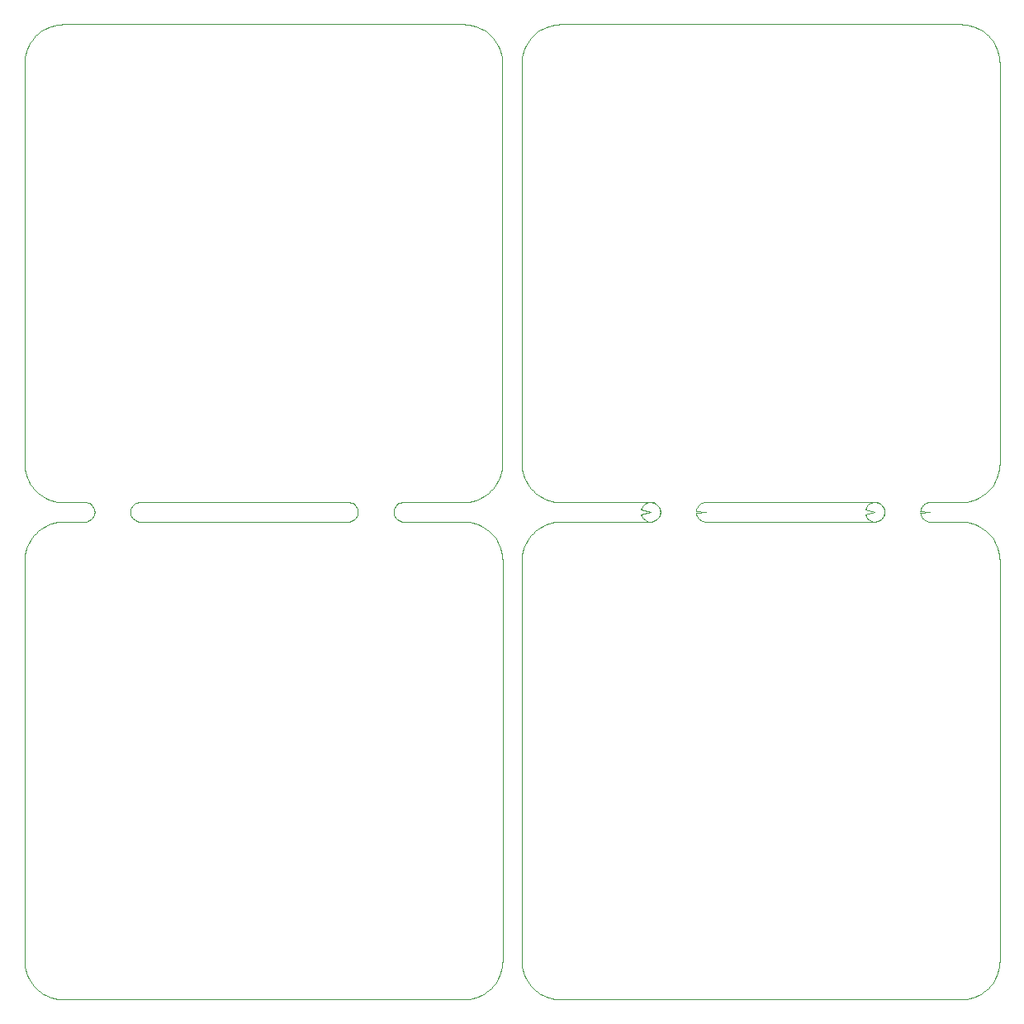
<source format=gko>
%MOIN*%
%OFA0B0*%
%FSLAX36Y36*%
%IPPOS*%
%LPD*%
%ADD10C,0*%
D10*
X003778527Y002007874D02*
X003778527Y002007874D01*
X003790883Y002008359D01*
X003803162Y002009813D01*
X003815290Y002012225D01*
X003827191Y002015581D01*
X003838792Y002019861D01*
X003850022Y002025038D01*
X003860810Y002031080D01*
X003871092Y002037950D01*
X003880802Y002045605D01*
X003889882Y002053999D01*
X003898276Y002063079D01*
X003905931Y002072789D01*
X003912801Y002083071D01*
X003918843Y002093859D01*
X003924020Y002105089D01*
X003928300Y002116690D01*
X003931656Y002128591D01*
X003934068Y002140719D01*
X003935522Y002152998D01*
X003936007Y002165354D01*
X003936007Y003779527D01*
X003935522Y003791883D01*
X003934068Y003804162D01*
X003931656Y003816290D01*
X003928300Y003828191D01*
X003924020Y003839792D01*
X003918843Y003851022D01*
X003912801Y003861811D01*
X003905931Y003872092D01*
X003898276Y003881803D01*
X003889882Y003890883D01*
X003880802Y003899276D01*
X003871092Y003906931D01*
X003860810Y003913801D01*
X003850022Y003919843D01*
X003838792Y003925020D01*
X003827191Y003929300D01*
X003815290Y003932656D01*
X003803162Y003935069D01*
X003790883Y003936522D01*
X003778527Y003937007D01*
X002164354Y003937007D01*
X002151998Y003936522D01*
X002139718Y003935069D01*
X002127590Y003932656D01*
X002115690Y003929300D01*
X002104088Y003925020D01*
X002092859Y003919843D01*
X002082070Y003913801D01*
X002071789Y003906931D01*
X002062078Y003899276D01*
X002052998Y003890883D01*
X002044605Y003881803D01*
X002036949Y003872092D01*
X002030079Y003861811D01*
X002024038Y003851022D01*
X002018861Y003839792D01*
X002014581Y003828191D01*
X002011225Y003816290D01*
X002008812Y003804162D01*
X002007359Y003791883D01*
X002006874Y003779527D01*
X002006874Y002165354D01*
X002006874Y002165354D01*
X002007359Y002152998D01*
X002008812Y002140719D01*
X002011225Y002128591D01*
X002014581Y002116690D01*
X002018861Y002105089D01*
X002024038Y002093859D01*
X002030079Y002083071D01*
X002036949Y002072789D01*
X002044605Y002063079D01*
X002052998Y002053999D01*
X002062078Y002045605D01*
X002071789Y002037950D01*
X002082070Y002031080D01*
X002092859Y002025038D01*
X002104088Y002019861D01*
X002115690Y002015581D01*
X002127590Y002012225D01*
X002139718Y002009813D01*
X002151998Y002008359D01*
X002164354Y002007874D01*
X002526439Y002007874D01*
X002535630Y002006786D01*
X002544313Y002003582D01*
X002552008Y001998441D01*
X002558290Y001991645D01*
X002562813Y001983570D01*
X002565325Y001974662D01*
X002565688Y001965414D01*
X002563883Y001956337D01*
X002560008Y001947933D01*
X002554278Y001940665D01*
X002547010Y001934935D01*
X002538605Y001931060D01*
X002529528Y001929255D01*
X002520281Y001929618D01*
X002511373Y001932130D01*
X002503298Y001936652D01*
X002496502Y001942935D01*
X002491360Y001950630D01*
X002488157Y001959313D01*
X002526439Y001968503D01*
X002488157Y001977694D01*
X002491360Y001986377D01*
X002496502Y001994072D01*
X002503298Y002000354D01*
X002511373Y002004877D01*
X002520281Y002007389D01*
X002529528Y002007752D01*
X002538605Y002005947D01*
X002547010Y002002072D01*
X002554278Y001996342D01*
X002560008Y001989074D01*
X002563883Y001980669D01*
X002565688Y001971592D01*
X002565325Y001962345D01*
X002562813Y001953437D01*
X002558290Y001945362D01*
X002552008Y001938566D01*
X002544313Y001933424D01*
X002535630Y001930221D01*
X002526439Y001929133D01*
X002164354Y001929133D01*
X002151998Y001928648D01*
X002139718Y001927195D01*
X002127590Y001924782D01*
X002115690Y001921426D01*
X002104088Y001917146D01*
X002092859Y001911969D01*
X002082070Y001905927D01*
X002071789Y001899057D01*
X002062078Y001891402D01*
X002052998Y001883009D01*
X002044605Y001873929D01*
X002036949Y001864218D01*
X002030079Y001853937D01*
X002024038Y001843148D01*
X002018861Y001831918D01*
X002014581Y001820317D01*
X002011225Y001808416D01*
X002008812Y001796288D01*
X002007359Y001784009D01*
X002006874Y001771653D01*
X002006874Y000157480D01*
X002006874Y000157480D01*
X002007359Y000145124D01*
X002008812Y000132845D01*
X002011225Y000120717D01*
X002014581Y000108816D01*
X002018861Y000097215D01*
X002024038Y000085985D01*
X002030079Y000075197D01*
X002036949Y000064915D01*
X002044605Y000055205D01*
X002052998Y000046125D01*
X002062078Y000037731D01*
X002071789Y000030076D01*
X002082070Y000023206D01*
X002092859Y000017164D01*
X002104088Y000011987D01*
X002115690Y000007707D01*
X002127590Y000004351D01*
X002139718Y000001939D01*
X002151998Y000000485D01*
X002164354Y000000000D01*
X003778527Y000000000D01*
X003790883Y000000485D01*
X003803162Y000001939D01*
X003815290Y000004351D01*
X003827191Y000007707D01*
X003838792Y000011987D01*
X003850022Y000017164D01*
X003860810Y000023206D01*
X003871092Y000030076D01*
X003880802Y000037731D01*
X003889882Y000046125D01*
X003898276Y000055205D01*
X003905931Y000064915D01*
X003912801Y000075197D01*
X003918843Y000085985D01*
X003924020Y000097215D01*
X003928300Y000108816D01*
X003931656Y000120717D01*
X003934068Y000132845D01*
X003935522Y000145124D01*
X003936007Y000157480D01*
X003936007Y001771653D01*
X003935522Y001784009D01*
X003934068Y001796288D01*
X003931656Y001808416D01*
X003928300Y001820317D01*
X003924020Y001831918D01*
X003918843Y001843148D01*
X003912801Y001853937D01*
X003905931Y001864218D01*
X003898276Y001873929D01*
X003889882Y001883009D01*
X003880802Y001891402D01*
X003871092Y001899057D01*
X003860810Y001905927D01*
X003850022Y001911969D01*
X003838792Y001917146D01*
X003827191Y001921426D01*
X003815290Y001924782D01*
X003803162Y001927195D01*
X003790883Y001928648D01*
X003778527Y001929133D01*
X003654662Y001929133D01*
X003651573Y001929255D01*
X003648503Y001929618D01*
X003645471Y001930221D01*
X003642496Y001931060D01*
X003639596Y001932130D01*
X003636788Y001933424D01*
X003634091Y001934935D01*
X003631521Y001936652D01*
X003629093Y001938566D01*
X003626823Y001940665D01*
X003624725Y001942935D01*
X003622811Y001945362D01*
X003621093Y001947933D01*
X003619583Y001950630D01*
X003618289Y001953437D01*
X003617219Y001956337D01*
X003616380Y001959313D01*
X003615777Y001962345D01*
X003615413Y001965414D01*
X003654662Y001968503D01*
X003615413Y001971592D01*
X003615777Y001974662D01*
X003616380Y001977694D01*
X003617219Y001980669D01*
X003618289Y001983570D01*
X003619583Y001986377D01*
X003621093Y001989074D01*
X003622811Y001991645D01*
X003624725Y001994072D01*
X003626823Y001996342D01*
X003629093Y001998441D01*
X003631521Y002000354D01*
X003634091Y002002072D01*
X003636788Y002003582D01*
X003639596Y002004877D01*
X003642496Y002005947D01*
X003645471Y002006786D01*
X003648503Y002007389D01*
X003651573Y002007752D01*
X003654662Y002007874D01*
X003778527Y002007874D01*
X001771653Y001929133D02*
X001771653Y001929133D01*
X001528678Y001929133D01*
X001528678Y001929133D01*
X001522519Y001929618D01*
X001516512Y001931060D01*
X001510804Y001933424D01*
X001505537Y001936652D01*
X001500839Y001940665D01*
X001496827Y001945362D01*
X001493599Y001950630D01*
X001491235Y001956337D01*
X001489792Y001962345D01*
X001489308Y001968503D01*
X001489792Y001974662D01*
X001491235Y001980669D01*
X001493599Y001986377D01*
X001496827Y001991645D01*
X001500839Y001996342D01*
X001505537Y002000354D01*
X001510804Y002003582D01*
X001516512Y002005947D01*
X001522519Y002007389D01*
X001528678Y002007874D01*
X001770653Y002007874D01*
X001783009Y002008359D01*
X001795288Y002009813D01*
X001807416Y002012225D01*
X001819317Y002015581D01*
X001830918Y002019861D01*
X001842148Y002025038D01*
X001852936Y002031080D01*
X001863218Y002037950D01*
X001872928Y002045605D01*
X001882008Y002053999D01*
X001890402Y002063079D01*
X001898057Y002072789D01*
X001904927Y002083071D01*
X001910969Y002093859D01*
X001916146Y002105089D01*
X001920425Y002116690D01*
X001923782Y002128591D01*
X001926194Y002140719D01*
X001927648Y002152998D01*
X001928133Y002165354D01*
X001928133Y003779527D01*
X001927648Y003791883D01*
X001926194Y003804162D01*
X001923782Y003816290D01*
X001920425Y003828191D01*
X001916146Y003839792D01*
X001910969Y003851022D01*
X001904927Y003861811D01*
X001898057Y003872092D01*
X001890402Y003881803D01*
X001882008Y003890883D01*
X001872928Y003899276D01*
X001863218Y003906931D01*
X001852936Y003913801D01*
X001842148Y003919843D01*
X001830918Y003925020D01*
X001819317Y003929300D01*
X001807416Y003932656D01*
X001795288Y003935069D01*
X001783009Y003936522D01*
X001770653Y003937007D01*
X000156480Y003937007D01*
X000144124Y003936522D01*
X000131844Y003935069D01*
X000119716Y003932656D01*
X000107816Y003929300D01*
X000096214Y003925020D01*
X000084985Y003919843D01*
X000074196Y003913801D01*
X000063915Y003906931D01*
X000054204Y003899276D01*
X000045124Y003890883D01*
X000036731Y003881803D01*
X000029075Y003872092D01*
X000022205Y003861811D01*
X000016164Y003851022D01*
X000010987Y003839792D01*
X000006707Y003828191D01*
X000003351Y003816290D01*
X000000938Y003804162D01*
X-000000514Y003791883D01*
X-000000999Y003779527D01*
X-000000999Y002165354D01*
X-000000999Y002165354D01*
X-000000514Y002152998D01*
X000000938Y002140719D01*
X000003351Y002128591D01*
X000006707Y002116690D01*
X000010987Y002105089D01*
X000016164Y002093859D01*
X000022205Y002083071D01*
X000029075Y002072789D01*
X000036731Y002063079D01*
X000045124Y002053999D01*
X000054204Y002045605D01*
X000063915Y002037950D01*
X000074196Y002031080D01*
X000084985Y002025038D01*
X000096214Y002019861D01*
X000107816Y002015581D01*
X000119716Y002012225D01*
X000131844Y002009813D01*
X000144124Y002008359D01*
X000156480Y002007874D01*
X000242975Y002007874D01*
X000249134Y002007389D01*
X000255141Y002005947D01*
X000260848Y002003582D01*
X000266116Y002000354D01*
X000270814Y001996342D01*
X000274826Y001991645D01*
X000278054Y001986377D01*
X000280418Y001980669D01*
X000281860Y001974662D01*
X000282345Y001968503D01*
X000281860Y001962345D01*
X000280418Y001956337D01*
X000278054Y001950630D01*
X000274826Y001945362D01*
X000270814Y001940665D01*
X000266116Y001936652D01*
X000260848Y001933424D01*
X000255141Y001931060D01*
X000249134Y001929618D01*
X000242975Y001929133D01*
X000242975Y001929133D01*
X000157480Y001929133D01*
X000145124Y001928648D01*
X000132844Y001927195D01*
X000120716Y001924782D01*
X000108816Y001921426D01*
X000097214Y001917146D01*
X000085985Y001911969D01*
X000075196Y001905927D01*
X000064915Y001899057D01*
X000055204Y001891402D01*
X000046124Y001883009D01*
X000037731Y001873929D01*
X000030075Y001864218D01*
X000023205Y001853937D01*
X000017164Y001843148D01*
X000011987Y001831918D01*
X000007707Y001820317D01*
X000004351Y001808416D01*
X000001938Y001796288D01*
X000000485Y001784009D01*
X000000000Y001771653D01*
X000000000Y000157480D01*
X000000000Y000157480D01*
X000000485Y000145124D01*
X000001938Y000132845D01*
X000004351Y000120717D01*
X000007707Y000108816D01*
X000011987Y000097215D01*
X000017164Y000085985D01*
X000023205Y000075197D01*
X000030075Y000064915D01*
X000037731Y000055205D01*
X000046124Y000046125D01*
X000055204Y000037731D01*
X000064915Y000030076D01*
X000075196Y000023206D01*
X000085985Y000017164D01*
X000097214Y000011987D01*
X000108816Y000007707D01*
X000120716Y000004351D01*
X000132844Y000001939D01*
X000145124Y000000485D01*
X000157480Y000000000D01*
X001771653Y000000000D01*
X001784009Y000000485D01*
X001796288Y000001939D01*
X001808416Y000004351D01*
X001820317Y000007707D01*
X001831918Y000011987D01*
X001843148Y000017164D01*
X001853936Y000023206D01*
X001864218Y000030076D01*
X001873928Y000037731D01*
X001883008Y000046125D01*
X001891402Y000055205D01*
X001899057Y000064915D01*
X001905927Y000075197D01*
X001911969Y000085985D01*
X001917146Y000097215D01*
X001921425Y000108816D01*
X001924782Y000120717D01*
X001927194Y000132845D01*
X001928648Y000145124D01*
X001929133Y000157480D01*
X001929133Y001771653D01*
X001928648Y001784009D01*
X001927194Y001796288D01*
X001924782Y001808416D01*
X001921425Y001820317D01*
X001917146Y001831918D01*
X001911969Y001843148D01*
X001905927Y001853937D01*
X001899057Y001864218D01*
X001891402Y001873929D01*
X001883008Y001883009D01*
X001873928Y001891402D01*
X001864218Y001899057D01*
X001853936Y001905927D01*
X001843148Y001911969D01*
X001831918Y001917146D01*
X001820317Y001921426D01*
X001808416Y001924782D01*
X001796288Y001927195D01*
X001784009Y001928648D01*
X001771653Y001929133D01*
X003431951Y002007874D02*
X003431951Y002007874D01*
X003441142Y002006786D01*
X003449825Y002003582D01*
X003457520Y001998441D01*
X003463802Y001991645D01*
X003468324Y001983570D01*
X003470837Y001974662D01*
X003471200Y001965414D01*
X003469394Y001956337D01*
X003465520Y001947933D01*
X003459790Y001940665D01*
X003452522Y001934935D01*
X003444117Y001931060D01*
X003435040Y001929255D01*
X003425792Y001929618D01*
X003416885Y001932130D01*
X003408810Y001936652D01*
X003402014Y001942935D01*
X003396872Y001950630D01*
X003393669Y001959313D01*
X003431951Y001968503D01*
X003393669Y001977694D01*
X003396872Y001986377D01*
X003402014Y001994072D01*
X003408810Y002000354D01*
X003416885Y002004877D01*
X003425792Y002007389D01*
X003435040Y002007752D01*
X003444117Y002005947D01*
X003452522Y002002072D01*
X003459790Y001996342D01*
X003465520Y001989074D01*
X003469394Y001980669D01*
X003471200Y001971592D01*
X003470837Y001962345D01*
X003468324Y001953437D01*
X003463802Y001945362D01*
X003457520Y001938566D01*
X003449825Y001933424D01*
X003441142Y001930221D01*
X003431951Y001929133D01*
X002749150Y001929133D01*
X002746061Y001929255D01*
X002742991Y001929618D01*
X002739959Y001930221D01*
X002736984Y001931060D01*
X002734084Y001932130D01*
X002731277Y001933424D01*
X002728579Y001934935D01*
X002726009Y001936652D01*
X002723581Y001938566D01*
X002721311Y001940665D01*
X002719213Y001942935D01*
X002717299Y001945362D01*
X002715582Y001947933D01*
X002714071Y001950630D01*
X002712777Y001953437D01*
X002711707Y001956337D01*
X002710868Y001959313D01*
X002710265Y001962345D01*
X002709901Y001965414D01*
X002749150Y001968503D01*
X002709901Y001971592D01*
X002710265Y001974662D01*
X002710868Y001977694D01*
X002711707Y001980669D01*
X002712777Y001983570D01*
X002714071Y001986377D01*
X002715582Y001989074D01*
X002717299Y001991645D01*
X002719213Y001994072D01*
X002721311Y001996342D01*
X002723581Y001998441D01*
X002726009Y002000354D01*
X002728579Y002002072D01*
X002731277Y002003582D01*
X002734084Y002004877D01*
X002736984Y002005947D01*
X002739959Y002006786D01*
X002742991Y002007389D01*
X002746061Y002007752D01*
X002749150Y002007874D01*
X003431951Y002007874D01*
X000465686Y001929133D02*
X000465686Y001929133D01*
X000465686Y001929133D01*
X000459527Y001929618D01*
X000453520Y001931060D01*
X000447812Y001933424D01*
X000442544Y001936652D01*
X000437847Y001940665D01*
X000433835Y001945362D01*
X000430607Y001950630D01*
X000428242Y001956337D01*
X000426800Y001962345D01*
X000426316Y001968503D01*
X000426800Y001974662D01*
X000428242Y001980669D01*
X000430607Y001986377D01*
X000433835Y001991645D01*
X000437847Y001996342D01*
X000442544Y002000354D01*
X000447812Y002003582D01*
X000453520Y002005947D01*
X000459527Y002007389D01*
X000465686Y002007874D01*
X001305967Y002007874D01*
X001312126Y002007389D01*
X001318133Y002005947D01*
X001323841Y002003582D01*
X001329108Y002000354D01*
X001333806Y001996342D01*
X001337818Y001991645D01*
X001341046Y001986377D01*
X001343410Y001980669D01*
X001344852Y001974662D01*
X001345337Y001968503D01*
X001344852Y001962345D01*
X001343410Y001956337D01*
X001341046Y001950630D01*
X001337818Y001945362D01*
X001333806Y001940665D01*
X001329108Y001936652D01*
X001323841Y001933424D01*
X001318133Y001931060D01*
X001312126Y001929618D01*
X001305967Y001929133D01*
X001305967Y001929133D01*
X000465686Y001929133D01*
M02*
</source>
